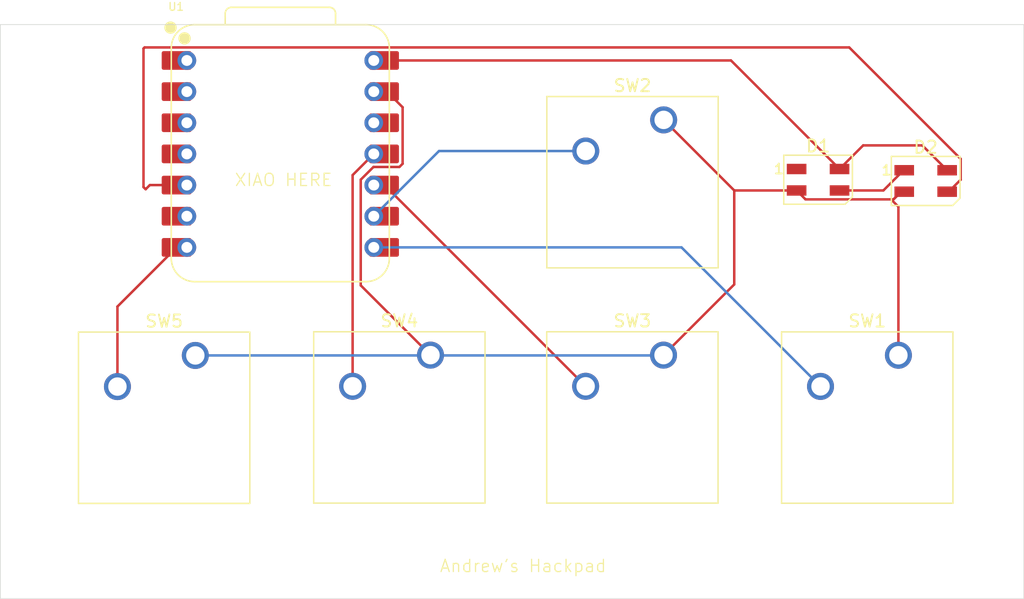
<source format=kicad_pcb>
(kicad_pcb (version 20241229) (generator "pcbnew") (generator_version "9.0")
  (layers (0 "F.Cu" signal) (2 "B.Cu" signal) (13 "F.Paste" user) (15 "B.Paste" user) (5 "F.SilkS" user "F.Silkscreen") (7 "B.SilkS" user "B.Silkscreen") (1 "F.Mask" user) (3 "B.Mask" user) (25 "Edge.Cuts" user))
  (net 0 "")
  (net 1 "+5V")
  (net 2 "Net-(D1-DIN)")
  (net 4 "GND")
  (net 5 "Net-(U1-GPIO1{slash}RX)")
  (net 6 "Net-(U1-GPIO2{slash}SCK)")
  (net 7 "Net-(U1-GPIO4{slash}MISO)")
  (net 8 "Net-(U1-GPIO3{slash}MOSI)")
  (net 15 "Net-(U1-GPIO0{slash}TX)")
  (net 16 "Net-(D2-DIN)")
  (footprint "Button_Switch_Keyboard:SW_Cherry_MX_1.00u_PCB" (layer "F.Cu") (at 240 96)
    (property "Reference" "SW3" (at -2.54 -2.794 0) (layer "F.SilkS"))
    (property "Value" "SW_Push")
    (fp_line (start -9.525 -1.905) (end 4.445 -1.905) (stroke (width 0.12)) (layer "F.SilkS"))
    (fp_line (start -9.525 12.065) (end -9.525 -1.905) (stroke (width 0.12)) (layer "F.SilkS"))
    (fp_line (start 4.445 -1.905) (end 4.445 12.065) (stroke (width 0.12)) (layer "F.SilkS"))
    (fp_line (start 4.445 12.065) (end -9.525 12.065) (stroke (width 0.12)) (layer "F.SilkS"))
    (pad "" np_thru_hole circle (at -7.62 5.08) (size 1.7 1.7) (drill 1.7) (layers "*.Cu" "*.Mask"))
    (pad "" np_thru_hole circle (at -2.54 5.08) (size 4 4) (drill 4) (layers "*.Cu" "*.Mask"))
    (pad "" np_thru_hole circle (at 2.54 5.08) (size 1.7 1.7) (drill 1.7) (layers "*.Cu" "*.Mask"))
    (pad "1" thru_hole circle (at 0 0) (size 2.2 2.2) (drill 1.5) (layers "*.Cu" "*.Mask") (net 4 "GND"))
    (pad "2" thru_hole circle (at -6.35 2.54) (size 2.2 2.2) (drill 1.5) (layers "*.Cu" "*.Mask") (net 7 "Net-(U1-GPIO4{slash}MISO)"))
  )
  (footprint "Button_Switch_Keyboard:SW_Cherry_MX_1.00u_PCB" (layer "F.Cu") (at 221 96)
    (property "Reference" "SW4" (at -2.54 -2.794 0) (layer "F.SilkS"))
    (property "Value" "SW_Push")
    (fp_line (start -9.525 -1.905) (end 4.445 -1.905) (stroke (width 0.12)) (layer "F.SilkS"))
    (fp_line (start -9.525 12.065) (end -9.525 -1.905) (stroke (width 0.12)) (layer "F.SilkS"))
    (fp_line (start 4.445 -1.905) (end 4.445 12.065) (stroke (width 0.12)) (layer "F.SilkS"))
    (fp_line (start 4.445 12.065) (end -9.525 12.065) (stroke (width 0.12)) (layer "F.SilkS"))
    (pad "" np_thru_hole circle (at -7.62 5.08) (size 1.7 1.7) (drill 1.7) (layers "*.Cu" "*.Mask"))
    (pad "" np_thru_hole circle (at -2.54 5.08) (size 4 4) (drill 4) (layers "*.Cu" "*.Mask"))
    (pad "" np_thru_hole circle (at 2.54 5.08) (size 1.7 1.7) (drill 1.7) (layers "*.Cu" "*.Mask"))
    (pad "1" thru_hole circle (at 0 0) (size 2.2 2.2) (drill 1.5) (layers "*.Cu" "*.Mask") (net 4 "GND"))
    (pad "2" thru_hole circle (at -6.35 2.54) (size 2.2 2.2) (drill 1.5) (layers "*.Cu" "*.Mask") (net 8 "Net-(U1-GPIO3{slash}MOSI)"))
  )
  (footprint "OPL:XIAO-RP2040-DIP" (layer "F.Cu") (at 208.755 79.595)
    (property "Reference" "U1" (at -8.5 -12 0) (layer "F.SilkS") (effects (font (size 0.635 0.635) (thickness 0.1016))))
    (property "Value" "XIAO-RP2040-DIP")
    (fp_line (start -8.89 8.509) (end -8.89 -8.636) (stroke (width 0.127)) (layer "F.SilkS"))
    (fp_line (start -6.985 10.414) (end 6.985 10.414) (stroke (width 0.127)) (layer "F.SilkS"))
    (fp_line (start -4.495 -10.541) (end -4.491272 -11.451272) (stroke (width 0.127)) (layer "F.SilkS"))
    (fp_line (start -3.991272 -11.951) (end 4.004 -11.951) (stroke (width 0.127)) (layer "F.SilkS"))
    (fp_line (start 4.504 -11.451) (end 4.504 -10.541) (stroke (width 0.127)) (layer "F.SilkS"))
    (fp_line (start 6.985 -10.541) (end -6.985 -10.541) (stroke (width 0.1)) (layer "F.SilkS"))
    (fp_line (start 6.985 -10.541) (end -6.985 -10.541) (stroke (width 0.127)) (layer "F.SilkS"))
    (fp_line (start 8.89 8.509) (end 8.89 -8.636) (stroke (width 0.127)) (layer "F.SilkS"))
    (fp_arc (start -8.89 -8.636) (mid -8.332038 -9.983038) (end -6.985 -10.541) (stroke (width 0.127)) (layer "F.SilkS"))
    (fp_arc (start -6.985 10.414) (mid -8.332038 9.856038) (end -8.89 8.509) (stroke (width 0.127)) (layer "F.SilkS"))
    (fp_arc (start -4.491272 -11.451272) (mid -4.344728 -11.80464) (end -3.991272 -11.951) (stroke (width 0.127)) (layer "F.SilkS"))
    (fp_arc (start 4.004 -11.951) (mid 4.357553 -11.804553) (end 4.504 -11.451) (stroke (width 0.127)) (layer "F.SilkS"))
    (fp_arc (start 6.985 -10.541) (mid 8.332038 -9.983038) (end 8.89 -8.636) (stroke (width 0.127)) (layer "F.SilkS"))
    (fp_arc (start 8.89 8.509) (mid 8.332038 9.856038) (end 6.985 10.414) (stroke (width 0.127)) (layer "F.SilkS"))
    (fp_circle (center -8.95 -10.3) (end -8.95 -10.554) (stroke (width 0.5)) (fill yes) (layer "F.SilkS"))
    (fp_circle (center -7.807 -9.42) (end -7.807 -9.674) (stroke (width 0.5)) (fill yes) (layer "F.SilkS"))
    (pad "1" smd roundrect (at -8.455 -7.62 180) (size 2.432 1.524) (layers "F.Cu" "F.Mask") (roundrect_rratio 0.1))
    (pad "1" thru_hole circle (at -7.62 -7.62 180) (size 1.524 1.524) (drill 0.889) (layers "*.Cu" "*.Mask"))
    (pad "2" smd roundrect (at -8.455 -5.08 180) (size 2.432 1.524) (layers "F.Cu" "F.Mask") (roundrect_rratio 0.1))
    (pad "2" thru_hole circle (at -7.62 -5.08 180) (size 1.524 1.524) (drill 0.889) (layers "*.Cu" "*.Mask"))
    (pad "3" smd roundrect (at -8.455 -2.54 180) (size 2.432 1.524) (layers "F.Cu" "F.Mask") (roundrect_rratio 0.1))
    (pad "3" thru_hole circle (at -7.62 -2.54 180) (size 1.524 1.524) (drill 0.889) (layers "*.Cu" "*.Mask"))
    (pad "4" smd roundrect (at -8.455 0 180) (size 2.432 1.524) (layers "F.Cu" "F.Mask") (roundrect_rratio 0.1))
    (pad "4" thru_hole circle (at -7.62 0 180) (size 1.524 1.524) (drill 0.889) (layers "*.Cu" "*.Mask"))
    (pad "5" smd roundrect (at -8.455 2.54 180) (size 2.432 1.524) (layers "F.Cu" "F.Mask") (roundrect_rratio 0.1) (net 16 "Net-(D2-DIN)"))
    (pad "5" thru_hole circle (at -7.62 2.54 180) (size 1.524 1.524) (drill 0.889) (layers "*.Cu" "*.Mask") (net 16 "Net-(D2-DIN)"))
    (pad "6" smd roundrect (at -8.455 5.08 180) (size 2.432 1.524) (layers "F.Cu" "F.Mask") (roundrect_rratio 0.1))
    (pad "6" thru_hole circle (at -7.62 5.08 180) (size 1.524 1.524) (drill 0.889) (layers "*.Cu" "*.Mask"))
    (pad "7" smd roundrect (at -8.455 7.62 180) (size 2.432 1.524) (layers "F.Cu" "F.Mask") (roundrect_rratio 0.1) (net 15 "Net-(U1-GPIO0{slash}TX)"))
    (pad "7" thru_hole circle (at -7.62 7.62 180) (size 1.524 1.524) (drill 0.889) (layers "*.Cu" "*.Mask") (net 15 "Net-(U1-GPIO0{slash}TX)"))
    (pad "8" thru_hole circle (at 7.62 7.62) (size 1.524 1.524) (drill 0.889) (layers "*.Cu" "*.Mask") (net 5 "Net-(U1-GPIO1{slash}RX)"))
    (pad "8" smd roundrect (at 8.455 7.62) (size 2.432 1.524) (layers "F.Cu" "F.Mask") (roundrect_rratio 0.1) (net 5 "Net-(U1-GPIO1{slash}RX)"))
    (pad "9" thru_hole circle (at 7.62 5.08) (size 1.524 1.524) (drill 0.889) (layers "*.Cu" "*.Mask") (net 6 "Net-(U1-GPIO2{slash}SCK)"))
    (pad "9" smd roundrect (at 8.455 5.08) (size 2.432 1.524) (layers "F.Cu" "F.Mask") (roundrect_rratio 0.1) (net 6 "Net-(U1-GPIO2{slash}SCK)"))
    (pad "10" thru_hole circle (at 7.62 2.54) (size 1.524 1.524) (drill 0.889) (layers "*.Cu" "*.Mask") (net 7 "Net-(U1-GPIO4{slash}MISO)"))
    (pad "10" smd roundrect (at 8.455 2.54) (size 2.432 1.524) (layers "F.Cu" "F.Mask") (roundrect_rratio 0.1) (net 7 "Net-(U1-GPIO4{slash}MISO)"))
    (pad "11" thru_hole circle (at 7.62 0) (size 1.524 1.524) (drill 0.889) (layers "*.Cu" "*.Mask") (net 8 "Net-(U1-GPIO3{slash}MOSI)"))
    (pad "11" smd roundrect (at 8.455 0) (size 2.432 1.524) (layers "F.Cu" "F.Mask") (roundrect_rratio 0.1) (net 8 "Net-(U1-GPIO3{slash}MOSI)"))
    (pad "12" thru_hole circle (at 7.62 -2.54) (size 1.524 1.524) (drill 0.889) (layers "*.Cu" "*.Mask"))
    (pad "12" smd roundrect (at 8.455 -2.54) (size 2.432 1.524) (layers "F.Cu" "F.Mask") (roundrect_rratio 0.1))
    (pad "13" thru_hole circle (at 7.62 -5.08) (size 1.524 1.524) (drill 0.889) (layers "*.Cu" "*.Mask") (net 4 "GND"))
    (pad "13" smd roundrect (at 8.455 -5.08) (size 2.432 1.524) (layers "F.Cu" "F.Mask") (roundrect_rratio 0.1) (net 4 "GND"))
    (pad "14" thru_hole circle (at 7.62 -7.62) (size 1.524 1.524) (drill 0.889) (layers "*.Cu" "*.Mask") (net 1 "+5V"))
    (pad "14" smd roundrect (at 8.455 -7.62) (size 2.432 1.524) (layers "F.Cu" "F.Mask") (roundrect_rratio 0.1) (net 1 "+5V"))
  )
  (footprint "Button_Switch_Keyboard:SW_Cherry_MX_1.00u_PCB" (layer "F.Cu") (at 240.01 76.82)
    (property "Reference" "SW2" (at -2.54 -2.794 0) (layer "F.SilkS"))
    (property "Value" "SW_Push")
    (fp_line (start -9.525 -1.905) (end 4.445 -1.905) (stroke (width 0.12)) (layer "F.SilkS"))
    (fp_line (start -9.525 12.065) (end -9.525 -1.905) (stroke (width 0.12)) (layer "F.SilkS"))
    (fp_line (start 4.445 -1.905) (end 4.445 12.065) (stroke (width 0.12)) (layer "F.SilkS"))
    (fp_line (start 4.445 12.065) (end -9.525 12.065) (stroke (width 0.12)) (layer "F.SilkS"))
    (pad "" np_thru_hole circle (at -7.62 5.08) (size 1.7 1.7) (drill 1.7) (layers "*.Cu" "*.Mask"))
    (pad "" np_thru_hole circle (at -2.54 5.08) (size 4 4) (drill 4) (layers "*.Cu" "*.Mask"))
    (pad "" np_thru_hole circle (at 2.54 5.08) (size 1.7 1.7) (drill 1.7) (layers "*.Cu" "*.Mask"))
    (pad "1" thru_hole circle (at 0 0) (size 2.2 2.2) (drill 1.5) (layers "*.Cu" "*.Mask") (net 4 "GND"))
    (pad "2" thru_hole circle (at -6.35 2.54) (size 2.2 2.2) (drill 1.5) (layers "*.Cu" "*.Mask") (net 6 "Net-(U1-GPIO2{slash}SCK)"))
  )
  (footprint "Button_Switch_Keyboard:SW_Cherry_MX_1.00u_PCB" (layer "F.Cu") (at 201.825 96.025)
    (property "Reference" "SW5" (at -2.54 -2.794 0) (layer "F.SilkS"))
    (property "Value" "SW_Push")
    (fp_line (start -9.525 -1.905) (end 4.445 -1.905) (stroke (width 0.12)) (layer "F.SilkS"))
    (fp_line (start -9.525 12.065) (end -9.525 -1.905) (stroke (width 0.12)) (layer "F.SilkS"))
    (fp_line (start 4.445 -1.905) (end 4.445 12.065) (stroke (width 0.12)) (layer "F.SilkS"))
    (fp_line (start 4.445 12.065) (end -9.525 12.065) (stroke (width 0.12)) (layer "F.SilkS"))
    (pad "" np_thru_hole circle (at -7.62 5.08) (size 1.7 1.7) (drill 1.7) (layers "*.Cu" "*.Mask"))
    (pad "" np_thru_hole circle (at -2.54 5.08) (size 4 4) (drill 4) (layers "*.Cu" "*.Mask"))
    (pad "" np_thru_hole circle (at 2.54 5.08) (size 1.7 1.7) (drill 1.7) (layers "*.Cu" "*.Mask"))
    (pad "1" thru_hole circle (at 0 0) (size 2.2 2.2) (drill 1.5) (layers "*.Cu" "*.Mask") (net 4 "GND"))
    (pad "2" thru_hole circle (at -6.35 2.54) (size 2.2 2.2) (drill 1.5) (layers "*.Cu" "*.Mask") (net 15 "Net-(U1-GPIO0{slash}TX)"))
  )
  (footprint "Button_Switch_Keyboard:SW_Cherry_MX_1.00u_PCB" (layer "F.Cu") (at 259.15 96.01)
    (property "Reference" "SW1" (at -2.54 -2.794 0) (layer "F.SilkS"))
    (property "Value" "SW_Push")
    (fp_line (start -9.525 -1.905) (end 4.445 -1.905) (stroke (width 0.12)) (layer "F.SilkS"))
    (fp_line (start -9.525 12.065) (end -9.525 -1.905) (stroke (width 0.12)) (layer "F.SilkS"))
    (fp_line (start 4.445 -1.905) (end 4.445 12.065) (stroke (width 0.12)) (layer "F.SilkS"))
    (fp_line (start 4.445 12.065) (end -9.525 12.065) (stroke (width 0.12)) (layer "F.SilkS"))
    (pad "" np_thru_hole circle (at -7.62 5.08) (size 1.7 1.7) (drill 1.7) (layers "*.Cu" "*.Mask"))
    (pad "" np_thru_hole circle (at -2.54 5.08) (size 4 4) (drill 4) (layers "*.Cu" "*.Mask"))
    (pad "" np_thru_hole circle (at 2.54 5.08) (size 1.7 1.7) (drill 1.7) (layers "*.Cu" "*.Mask"))
    (pad "1" thru_hole circle (at 0 0) (size 2.2 2.2) (drill 1.5) (layers "*.Cu" "*.Mask") (net 4 "GND"))
    (pad "2" thru_hole circle (at -6.35 2.54) (size 2.2 2.2) (drill 1.5) (layers "*.Cu" "*.Mask") (net 5 "Net-(U1-GPIO1{slash}RX)"))
  )
  (footprint "LED_SMD:LED_SK6812MINI_PLCC4_3.5x3.5mm_P1.75mm" (layer "F.Cu") (at 252.6 81.7)
    (property "Reference" "D1" (at 0 -2.75 0) (layer "F.SilkS"))
    (property "Value" "SK6812MINI")
    (fp_line (start -2.8 -2) (end -2.8 2) (stroke (width 0.12)) (layer "F.SilkS"))
    (fp_line (start -2.8 -2) (end 2.8 -2) (stroke (width 0.12)) (layer "F.SilkS"))
    (fp_line (start -2.8 2) (end 2.2 2) (stroke (width 0.12)) (layer "F.SilkS"))
    (fp_line (start 2.8 1.4) (end 2.2 2) (stroke (width 0.12)) (layer "F.SilkS"))
    (fp_line (start 2.8 1.4) (end 2.8 -2) (stroke (width 0.12)) (layer "F.SilkS"))
    (fp_text user "1" (at -3.2 -0.875 0) (layer "F.SilkS") (effects (font (size 0.8 0.8))))
    (pad "1" smd rect (at -1.75 -0.875) (size 1.6 0.85) (layers "F.Cu" "F.Mask" "F.Paste"))
    (pad "2" smd rect (at -1.75 0.875) (size 1.6 0.85) (layers "F.Cu" "F.Mask" "F.Paste") (net 4 "GND"))
    (pad "3" smd rect (at 1.75 0.875) (size 1.6 0.85) (layers "F.Cu" "F.Mask" "F.Paste") (net 2 "Net-(D1-DIN)"))
    (pad "4" smd rect (at 1.75 -0.875) (size 1.6 0.85) (layers "F.Cu" "F.Mask" "F.Paste") (net 1 "+5V"))
  )
  (footprint "LED_SMD:LED_SK6812MINI_PLCC4_3.5x3.5mm_P1.75mm" (layer "F.Cu") (at 261.375 81.8)
    (property "Reference" "D2" (at 0 -2.75 0) (layer "F.SilkS"))
    (property "Value" "SK6812MINI")
    (fp_line (start -2.8 -2) (end -2.8 2) (stroke (width 0.12)) (layer "F.SilkS"))
    (fp_line (start -2.8 -2) (end 2.8 -2) (stroke (width 0.12)) (layer "F.SilkS"))
    (fp_line (start -2.8 2) (end 2.2 2) (stroke (width 0.12)) (layer "F.SilkS"))
    (fp_line (start 2.8 1.4) (end 2.2 2) (stroke (width 0.12)) (layer "F.SilkS"))
    (fp_line (start 2.8 1.4) (end 2.8 -2) (stroke (width 0.12)) (layer "F.SilkS"))
    (fp_text user "1" (at -3.2 -0.875 0) (layer "F.SilkS") (effects (font (size 0.8 0.8))))
    (pad "1" smd rect (at -1.75 -0.875) (size 1.6 0.85) (layers "F.Cu" "F.Mask" "F.Paste") (net 2 "Net-(D1-DIN)"))
    (pad "2" smd rect (at -1.75 0.875) (size 1.6 0.85) (layers "F.Cu" "F.Mask" "F.Paste") (net 4 "GND"))
    (pad "3" smd rect (at 1.75 0.875) (size 1.6 0.85) (layers "F.Cu" "F.Mask" "F.Paste") (net 16 "Net-(D2-DIN)"))
    (pad "4" smd rect (at 1.75 -0.875) (size 1.6 0.85) (layers "F.Cu" "F.Mask" "F.Paste") (net 1 "+5V"))
  )
  (gr_rect (start 185.925 69.05) (end 269.375 115.85) (stroke (width 0.05)) (fill no) (layer "Edge.Cuts"))
  (gr_text "XIAO HERE" (at 204.975 82.3 0) (layer "F.SilkS") (effects (font (size 1 1) (thickness 0.1)) (justify left bottom)))
  (gr_text "Andrew's Hackpad" (at 221.7 113.775 0) (layer "F.SilkS") (effects (font (size 1 1) (thickness 0.1)) (justify left bottom)))
  (segment (start 256.275 78.9) (end 261.1 78.9) (width 0.2) (layer "F.Cu") (net 1))
  (segment (start 254.35 80.825) (end 256.275 78.9) (width 0.2) (layer "F.Cu") (net 1))
  (segment (start 261.1 78.9) (end 263.125 80.925) (width 0.2) (layer "F.Cu") (net 1))
  (segment (start 254.35 80.825) (end 245.5 71.975) (width 0.2) (layer "F.Cu") (net 1))
  (segment (start 245.5 71.975) (end 216.375 71.975) (width 0.2) (layer "F.Cu") (net 1))
  (segment (start 257.925 82.575) (end 254.35 82.575) (width 0.2) (layer "F.Cu") (net 2))
  (segment (start 259.625 80.925) (end 259.6 80.9) (width 0.2) (layer "F.Cu") (net 2))
  (segment (start 259.6 80.9) (end 257.925 82.575) (width 0.2) (layer "F.Cu") (net 2))
  (segment (start 259.6 80.7) (end 259.575 80.7) (width 0.2) (layer "F.Cu") (net 2))
  (segment (start 259.15 96.01) (end 259.15 96) (width 0.2) (layer "F.Cu") (net 4))
  (segment (start 259.15 83.901) (end 259.15 96.01) (width 0.2) (layer "F.Cu") (net 4))
  (segment (start 218.727 75.78937) (end 217.45263 74.515) (width 0.2) (layer "F.Cu") (net 4))
  (segment (start 221 96) (end 215.312 90.312) (width 0.2) (layer "F.Cu") (net 4))
  (segment (start 259.375 82.675) (end 258.749 83.301) (width 0.2) (layer "F.Cu") (net 4))
  (segment (start 215.312 81.69469) (end 216.34869 80.658) (width 0.2) (layer "F.Cu") (net 4))
  (segment (start 258.55 83.301) (end 251.576 83.301) (width 0.2) (layer "F.Cu") (net 4))
  (segment (start 245.765 82.575) (end 240.01 76.82) (width 0.2) (layer "F.Cu") (net 4))
  (segment (start 251.576 83.301) (end 250.85 82.575) (width 0.2) (layer "F.Cu") (net 4))
  (segment (start 217.45263 74.515) (end 216.375 74.515) (width 0.2) (layer "F.Cu") (net 4))
  (segment (start 245.765 82.575) (end 245.765 90.235) (width 0.2) (layer "F.Cu") (net 4))
  (segment (start 218.727 80.396626) (end 218.727 75.78937) (width 0.2) (layer "F.Cu") (net 4))
  (segment (start 259.6 82.45) (end 258.749 83.301) (width 0.2) (layer "F.Cu") (net 4))
  (segment (start 259.1 95.95) (end 259.6 95.45) (width 0.2) (layer "F.Cu") (net 4))
  (segment (start 258.749 83.301) (end 258.55 83.301) (width 0.2) (layer "F.Cu") (net 4))
  (segment (start 259.15 96) (end 259.1 95.95) (width 0.2) (layer "F.Cu") (net 4))
  (segment (start 259.625 82.675) (end 259.375 82.675) (width 0.2) (layer "F.Cu") (net 4))
  (segment (start 215.312 90.312) (end 215.312 81.69469) (width 0.2) (layer "F.Cu") (net 4))
  (segment (start 245.765 90.235) (end 240 96) (width 0.2) (layer "F.Cu") (net 4))
  (segment (start 218.465626 80.658) (end 218.727 80.396626) (width 0.2) (layer "F.Cu") (net 4))
  (segment (start 258.55 83.301) (end 259.15 83.901) (width 0.2) (layer "F.Cu") (net 4))
  (segment (start 216.34869 80.658) (end 218.465626 80.658) (width 0.2) (layer "F.Cu") (net 4))
  (segment (start 250.85 82.575) (end 245.765 82.575) (width 0.2) (layer "F.Cu") (net 4))
  (segment (start 240 96) (end 239.975 96.025) (width 0.2) (layer "B.Cu") (net 4))
  (segment (start 239.975 96.025) (end 201.825 96.025) (width 0.2) (layer "B.Cu") (net 4))
  (segment (start 252.8 98.55) (end 241.465 87.215) (width 0.2) (layer "B.Cu") (net 5))
  (segment (start 241.465 87.215) (end 216.375 87.215) (width 0.2) (layer "B.Cu") (net 5))
  (segment (start 221.69 79.36) (end 216.375 84.675) (width 0.2) (layer "B.Cu") (net 6))
  (segment (start 233.66 79.36) (end 221.69 79.36) (width 0.2) (layer "B.Cu") (net 6))
  (segment (start 217.245 82.135) (end 216.375 82.135) (width 0.2) (layer "F.Cu") (net 7))
  (segment (start 233.65 98.54) (end 217.245 82.135) (width 0.2) (layer "F.Cu") (net 7))
  (segment (start 214.65 81.32) (end 216.375 79.595) (width 0.2) (layer "F.Cu") (net 8))
  (segment (start 214.65 98.54) (end 214.65 81.32) (width 0.2) (layer "F.Cu") (net 8))
  (segment (start 195.475 92.04) (end 200.3 87.215) (width 0.2) (layer "F.Cu") (net 15))
  (segment (start 195.475 98.565) (end 195.475 92.04) (width 0.2) (layer "F.Cu") (net 15))
  (segment (start 264.226 79.999) (end 255.139 70.912) (width 0.2) (layer "F.Cu") (net 16))
  (segment (start 197.775 82.475) (end 198.115 82.135) (width 0.2) (layer "F.Cu") (net 16))
  (segment (start 197.6 71) (end 197.6 82.3) (width 0.2) (layer "F.Cu") (net 16))
  (segment (start 255.139 70.912) (end 197.688 70.912) (width 0.2) (layer "F.Cu") (net 16))
  (segment (start 263.125 82.675) (end 263.2 82.675) (width 0.2) (layer "F.Cu") (net 16))
  (segment (start 264.226 81.699) (end 264.226 79.999) (width 0.2) (layer "F.Cu") (net 16))
  (segment (start 197.688 70.912) (end 197.6 71) (width 0.2) (layer "F.Cu") (net 16))
  (segment (start 263.225 82.7) (end 264.226 81.699) (width 0.2) (layer "F.Cu") (net 16))
  (segment (start 263.2 82.675) (end 263.225 82.7) (width 0.2) (layer "F.Cu") (net 16))
  (segment (start 197.6 82.3) (end 197.775 82.475) (width 0.2) (layer "F.Cu") (net 16))
  (segment (start 198.115 82.135) (end 201.135 82.135) (width 0.2) (layer "F.Cu") (net 16))
)
</source>
